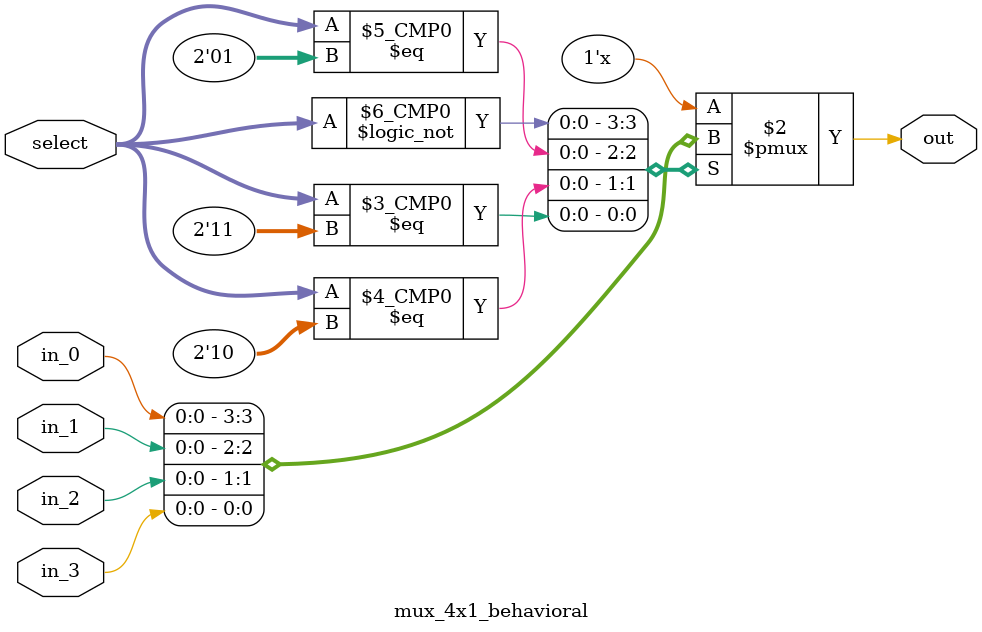
<source format=v>
`timescale 1ns / 1ps
module mux_4x1_behavioral(in_0, in_1, in_2, in_3, select, out);

	input in_0;
	input in_1;
	input in_2;
	input in_3;
	
	input [1:0] select;
	output out;
	reg out;

	always@(select, in_0, in_1, in_2, in_3)
	begin
		case(select)
			2'b00: out = in_0;
			2'b01: out = in_1;
			2'b10: out = in_2;
			2'b11: out = in_3;
		endcase
	end
	
endmodule

</source>
